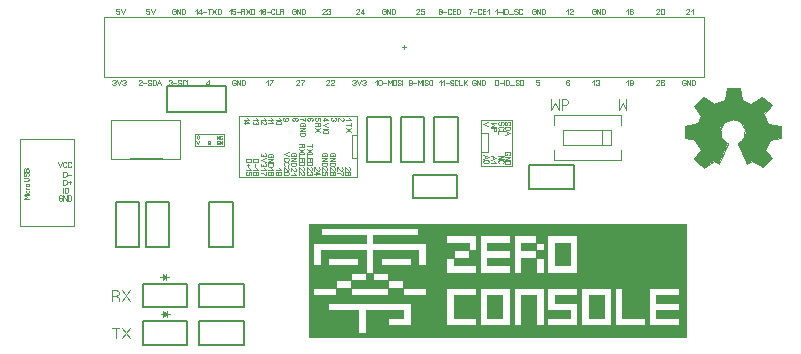
<source format=gbr>
%FSLAX34Y34*%
%MOMM*%
%LNCOPPER_BOTTOM*%
G71*
G01*
%ADD10C, 0.10*%
%ADD11C, 0.06*%
%ADD12C, 0.03*%
%ADD13C, 0.00*%
%ADD14C, 0.15*%
%ADD15C, 0.11*%
%ADD16R, 0.50X0.50*%
%LPD*%
G54D10*
X338931Y954881D02*
X338931Y951706D01*
G54D10*
X337344Y953294D02*
X340519Y953294D01*
G54D10*
X13502Y875462D02*
X13502Y801644D01*
X59540Y801644D01*
G54D10*
X59738Y801644D02*
X59738Y875462D01*
X13700Y875462D01*
G54D11*
X45847Y856094D02*
X47514Y851650D01*
X49181Y856094D01*
G54D11*
X53069Y852483D02*
X52736Y851928D01*
X52069Y851650D01*
X51402Y851650D01*
X50736Y851928D01*
X50402Y852483D01*
X50402Y855261D01*
X50736Y855817D01*
X51402Y856094D01*
X52069Y856094D01*
X52736Y855817D01*
X53069Y855261D01*
G54D11*
X56958Y852483D02*
X56625Y851928D01*
X55958Y851650D01*
X55291Y851650D01*
X54625Y851928D01*
X54291Y852483D01*
X54291Y855261D01*
X54625Y855817D01*
X55291Y856094D01*
X55958Y856094D01*
X56625Y855817D01*
X56958Y855261D01*
G54D11*
X50610Y843316D02*
X50610Y847760D01*
X52276Y847760D01*
X52943Y847482D01*
X53276Y846927D01*
X53276Y844149D01*
X52943Y843593D01*
X52276Y843316D01*
X50610Y843316D01*
G54D11*
X54499Y845260D02*
X57166Y845260D01*
G54D11*
X50610Y836569D02*
X50610Y841013D01*
X52276Y841013D01*
X52943Y840735D01*
X53276Y840180D01*
X53276Y837402D01*
X52943Y836846D01*
X52276Y836569D01*
X50610Y836569D01*
G54D11*
X54499Y838513D02*
X57166Y838513D01*
G54D11*
X55832Y839624D02*
X55832Y837402D01*
G54D11*
X50610Y829822D02*
X50610Y834266D01*
G54D11*
X51832Y829822D02*
X51832Y834266D01*
X53498Y834266D01*
X54165Y833988D01*
X54498Y833433D01*
X54498Y830655D01*
X54165Y830100D01*
X53498Y829822D01*
X51832Y829822D01*
G54D11*
X47974Y825297D02*
X49308Y825297D01*
X49308Y823908D01*
X48974Y823353D01*
X48308Y823075D01*
X47641Y823075D01*
X46974Y823353D01*
X46641Y823908D01*
X46641Y826686D01*
X46974Y827242D01*
X47641Y827519D01*
X48308Y827519D01*
X48974Y827242D01*
X49308Y826686D01*
G54D11*
X50530Y823075D02*
X50530Y827519D01*
X53197Y823075D01*
X53197Y827519D01*
G54D11*
X54419Y823075D02*
X54419Y827519D01*
X56086Y827519D01*
X56752Y827242D01*
X57086Y826686D01*
X57086Y823908D01*
X56752Y823353D01*
X56086Y823075D01*
X54419Y823075D01*
G54D11*
X21241Y824266D02*
X16797Y824266D01*
X19574Y825932D01*
X16797Y827599D01*
X21241Y827599D01*
G54D11*
X21241Y828821D02*
X18741Y828821D01*
G54D11*
X17908Y828821D02*
X17908Y828821D01*
G54D11*
X18908Y831709D02*
X18741Y831043D01*
X18908Y830376D01*
X19463Y830043D01*
X20574Y830043D01*
X21130Y830376D01*
X21241Y831043D01*
X21130Y831709D01*
G54D11*
X21241Y832932D02*
X18741Y832932D01*
G54D11*
X19297Y832932D02*
X18741Y833598D01*
X18741Y834265D01*
G54D11*
X20574Y837487D02*
X19463Y837487D01*
X18908Y837153D01*
X18741Y836487D01*
X18908Y835820D01*
X19463Y835487D01*
X20574Y835487D01*
X21130Y835820D01*
X21241Y836487D01*
X21130Y837153D01*
X20574Y837487D01*
G54D11*
X16797Y839998D02*
X20408Y839998D01*
X20963Y840331D01*
X21241Y840998D01*
X21241Y841664D01*
X20963Y842331D01*
X20408Y842664D01*
X16797Y842664D01*
G54D11*
X20408Y843887D02*
X20963Y844220D01*
X21241Y844887D01*
X21241Y845553D01*
X20963Y846220D01*
X20408Y846553D01*
X19852Y846553D01*
X19297Y846220D01*
X19019Y845553D01*
X19019Y844887D01*
X18741Y844220D01*
X18186Y843887D01*
X17630Y843887D01*
X17074Y844220D01*
X16797Y844887D01*
X16797Y845553D01*
X17074Y846220D01*
X17630Y846553D01*
G54D11*
X21241Y847776D02*
X16797Y847776D01*
X16797Y849442D01*
X17074Y850109D01*
X17630Y850442D01*
X18186Y850442D01*
X18741Y850109D01*
X19019Y849442D01*
X19297Y850109D01*
X19852Y850442D01*
X20408Y850442D01*
X20963Y850109D01*
X21241Y849442D01*
X21241Y847776D01*
G54D11*
X19019Y847776D02*
X19019Y849442D01*
G54D10*
X84931Y978694D02*
X592931Y978694D01*
X592931Y927894D01*
X84931Y927894D01*
X84931Y978694D01*
G54D10*
X298813Y843544D02*
X199197Y843544D01*
G54D10*
X298813Y894939D02*
X199197Y894939D01*
G54D10*
X298813Y843544D02*
X298813Y894939D01*
G54D10*
X199197Y843544D02*
X199197Y894939D01*
G54D10*
X298813Y859419D02*
X294844Y859419D01*
G54D10*
X298813Y879064D02*
X294844Y879064D01*
G54D10*
X294844Y859419D02*
X294844Y879064D01*
G54D11*
X292480Y893359D02*
X294147Y891692D01*
X289702Y891692D01*
G54D11*
X283352Y890692D02*
X283352Y893359D01*
X283630Y893359D01*
X284186Y893026D01*
X285852Y891026D01*
X286408Y890692D01*
X286964Y890692D01*
X287519Y891026D01*
X287797Y891692D01*
X287797Y892359D01*
X287519Y893026D01*
X286964Y893359D01*
G54D11*
X280614Y893359D02*
X281169Y893026D01*
X281447Y892359D01*
X281447Y891692D01*
X281169Y891026D01*
X280614Y890692D01*
X280058Y890692D01*
X279502Y891026D01*
X279225Y891692D01*
X278947Y891026D01*
X278391Y890692D01*
X277836Y890692D01*
X277280Y891026D01*
X277002Y891692D01*
X277002Y892359D01*
X277280Y893026D01*
X277836Y893359D01*
G54D11*
X270256Y891359D02*
X274700Y891359D01*
X271922Y893359D01*
X271367Y893359D01*
X271367Y890692D01*
G54D11*
X267953Y890692D02*
X267953Y893359D01*
X266009Y893359D01*
X266009Y893026D01*
X266286Y892359D01*
X266286Y891692D01*
X266009Y891026D01*
X265453Y890692D01*
X264342Y890692D01*
X263786Y891026D01*
X263509Y891692D01*
X263509Y892359D01*
X263786Y893026D01*
X264342Y893359D01*
G54D11*
X260770Y890692D02*
X261325Y891026D01*
X261603Y891692D01*
X261603Y892359D01*
X261325Y893026D01*
X260770Y893359D01*
X259381Y893359D01*
X259103Y893359D01*
X259659Y892359D01*
X259659Y891692D01*
X259381Y891026D01*
X258825Y890692D01*
X257992Y890692D01*
X257436Y891026D01*
X257159Y891692D01*
X257159Y892359D01*
X257436Y893026D01*
X257992Y893359D01*
X259381Y893359D01*
G54D11*
X255253Y893359D02*
X255253Y890692D01*
X254698Y891026D01*
X253864Y891692D01*
X252753Y892359D01*
X251920Y892692D01*
X250809Y892692D01*
G54D11*
X246681Y891692D02*
X246681Y892359D01*
X246959Y893026D01*
X247514Y893359D01*
X248070Y893359D01*
X248625Y893026D01*
X248903Y892359D01*
X248903Y891692D01*
X248625Y891026D01*
X248070Y890692D01*
X247514Y890692D01*
X246959Y891026D01*
X246681Y891692D01*
X246403Y891026D01*
X245848Y890692D01*
X245292Y890692D01*
X244736Y891026D01*
X244459Y891692D01*
X244459Y892359D01*
X244736Y893026D01*
X245292Y893359D01*
X245848Y893359D01*
X246403Y893026D01*
X246681Y892359D01*
G54D11*
X237354Y893359D02*
X236799Y893026D01*
X236521Y892359D01*
X236521Y891692D01*
X236799Y891026D01*
X237354Y890692D01*
X238744Y890692D01*
X239021Y890692D01*
X238466Y891692D01*
X238466Y892359D01*
X238744Y893026D01*
X239299Y893359D01*
X240132Y893359D01*
X240688Y893026D01*
X240966Y892359D01*
X240966Y891692D01*
X240688Y891026D01*
X240132Y890692D01*
X238744Y890692D01*
G54D11*
X232949Y893359D02*
X234616Y891692D01*
X230171Y891692D01*
G54D11*
X233782Y887803D02*
X231004Y887803D01*
X230449Y888137D01*
X230171Y888803D01*
X230171Y889470D01*
X230449Y890137D01*
X231004Y890470D01*
X233782Y890470D01*
X234338Y890137D01*
X234616Y889470D01*
X234616Y888803D01*
X234338Y888137D01*
X233782Y887803D01*
G54D11*
X226599Y893359D02*
X228266Y891692D01*
X223821Y891692D01*
G54D11*
X226599Y890470D02*
X228266Y888803D01*
X223821Y888803D01*
G54D11*
X220249Y893359D02*
X221916Y891692D01*
X217471Y891692D01*
G54D11*
X217471Y887803D02*
X217471Y890470D01*
X217749Y890470D01*
X218304Y890137D01*
X219971Y888137D01*
X220527Y887803D01*
X221082Y887803D01*
X221638Y888137D01*
X221916Y888803D01*
X221916Y889470D01*
X221638Y890137D01*
X221082Y890470D01*
G54D11*
X213899Y893359D02*
X215566Y891692D01*
X211121Y891692D01*
G54D11*
X214732Y890470D02*
X215288Y890137D01*
X215566Y889470D01*
X215566Y888803D01*
X215288Y888137D01*
X214732Y887803D01*
X214177Y887803D01*
X213621Y888137D01*
X213344Y888803D01*
X213066Y888137D01*
X212510Y887803D01*
X211955Y887803D01*
X211399Y888137D01*
X211121Y888803D01*
X211121Y889470D01*
X211399Y890137D01*
X211954Y890470D01*
G54D11*
X205962Y893359D02*
X207628Y891692D01*
X203184Y891692D01*
G54D11*
X203184Y888470D02*
X207628Y888470D01*
X204850Y890470D01*
X204295Y890470D01*
X204295Y887803D01*
G54D11*
X207549Y850496D02*
X209216Y848830D01*
X204771Y848830D01*
G54D11*
X209216Y844941D02*
X209216Y847607D01*
X207271Y847607D01*
X207271Y847274D01*
X207549Y846607D01*
X207549Y845941D01*
X207271Y845274D01*
X206716Y844941D01*
X205604Y844941D01*
X205049Y845274D01*
X204771Y845941D01*
X204771Y846607D01*
X205049Y847274D01*
X205605Y847607D01*
G54D11*
X213899Y850496D02*
X215566Y848830D01*
X211121Y848830D01*
G54D11*
X214732Y844941D02*
X215288Y845274D01*
X215566Y845941D01*
X215566Y846607D01*
X215288Y847274D01*
X214732Y847607D01*
X213344Y847607D01*
X213066Y847607D01*
X213621Y846607D01*
X213621Y845941D01*
X213344Y845274D01*
X212788Y844941D01*
X211955Y844941D01*
X211399Y845274D01*
X211121Y845941D01*
X211121Y846607D01*
X211399Y847274D01*
X211955Y847607D01*
X213344Y847607D01*
G54D11*
X220249Y850496D02*
X221916Y848830D01*
X217471Y848830D01*
G54D11*
X221916Y847607D02*
X221916Y844941D01*
X221360Y845274D01*
X220527Y845941D01*
X219416Y846607D01*
X218582Y846941D01*
X217471Y846941D01*
G54D11*
X226599Y850496D02*
X228266Y848830D01*
X223821Y848830D01*
G54D11*
X226044Y845941D02*
X226044Y846607D01*
X226321Y847274D01*
X226877Y847607D01*
X227432Y847607D01*
X227988Y847274D01*
X228266Y846607D01*
X228266Y845941D01*
X227988Y845274D01*
X227432Y844941D01*
X226877Y844941D01*
X226321Y845274D01*
X226044Y845941D01*
X225766Y845274D01*
X225210Y844941D01*
X224654Y844941D01*
X224099Y845274D01*
X223821Y845941D01*
X223821Y846607D01*
X224099Y847274D01*
X224654Y847607D01*
X225210Y847607D01*
X225766Y847274D01*
X226044Y846607D01*
G54D11*
X232949Y850496D02*
X234616Y848830D01*
X230171Y848830D01*
G54D11*
X231004Y847607D02*
X230449Y847274D01*
X230171Y846607D01*
X230171Y845941D01*
X230449Y845274D01*
X231004Y844941D01*
X232394Y844941D01*
X232671Y844941D01*
X232116Y845941D01*
X232116Y846607D01*
X232394Y847274D01*
X232949Y847607D01*
X233782Y847607D01*
X234338Y847274D01*
X234616Y846607D01*
X234616Y845941D01*
X234338Y845274D01*
X233782Y844941D01*
X232394Y844941D01*
G54D11*
X236918Y848623D02*
X236918Y851290D01*
X237196Y851290D01*
X237752Y850957D01*
X239418Y848957D01*
X239974Y848623D01*
X240529Y848623D01*
X241085Y848957D01*
X241362Y849623D01*
X241362Y850290D01*
X241085Y850957D01*
X240529Y851290D01*
G54D11*
X240529Y844734D02*
X237751Y844734D01*
X237196Y845068D01*
X236918Y845734D01*
X236918Y846401D01*
X237196Y847068D01*
X237752Y847401D01*
X240529Y847401D01*
X241085Y847068D01*
X241362Y846401D01*
X241362Y845734D01*
X241085Y845068D01*
X240529Y844734D01*
G54D11*
X243268Y847830D02*
X243268Y850496D01*
X243546Y850496D01*
X244101Y850163D01*
X245768Y848163D01*
X246324Y847830D01*
X246879Y847830D01*
X247435Y848163D01*
X247712Y848830D01*
X247713Y849496D01*
X247435Y850163D01*
X246879Y850496D01*
G54D11*
X246046Y846607D02*
X247712Y844941D01*
X243268Y844941D01*
G54D11*
X250015Y848623D02*
X250015Y851290D01*
X250293Y851290D01*
X250848Y850957D01*
X252515Y848957D01*
X253071Y848623D01*
X253626Y848623D01*
X254182Y848957D01*
X254459Y849623D01*
X254459Y850290D01*
X254182Y850957D01*
X253626Y851290D01*
G54D11*
X250015Y844734D02*
X250015Y847401D01*
X250293Y847401D01*
X250848Y847068D01*
X252515Y845068D01*
X253071Y844734D01*
X253626Y844734D01*
X254182Y845068D01*
X254459Y845734D01*
X254459Y846401D01*
X254182Y847068D01*
X253626Y847401D01*
G54D11*
X256762Y848623D02*
X256762Y851290D01*
X257040Y851290D01*
X257595Y850957D01*
X259262Y848957D01*
X259817Y848623D01*
X260373Y848623D01*
X260928Y848957D01*
X261206Y849623D01*
X261206Y850290D01*
X260929Y850957D01*
X260373Y851290D01*
G54D11*
X260373Y847401D02*
X260929Y847068D01*
X261206Y846401D01*
X261206Y845734D01*
X260928Y845068D01*
X260373Y844734D01*
X259817Y844734D01*
X259262Y845068D01*
X258984Y845734D01*
X258706Y845068D01*
X258151Y844734D01*
X257595Y844734D01*
X257040Y845068D01*
X256762Y845734D01*
X256762Y846401D01*
X257040Y847068D01*
X257595Y847401D01*
G54D11*
X263112Y848623D02*
X263112Y851290D01*
X263390Y851290D01*
X263945Y850957D01*
X265612Y848957D01*
X266167Y848623D01*
X266723Y848623D01*
X267278Y848957D01*
X267556Y849623D01*
X267556Y850290D01*
X267278Y850957D01*
X266723Y851290D01*
G54D11*
X263112Y845401D02*
X267556Y845401D01*
X264778Y847401D01*
X264223Y847401D01*
X264223Y844734D01*
G54D11*
X269462Y848623D02*
X269462Y851290D01*
X269740Y851290D01*
X270295Y850957D01*
X271962Y848957D01*
X272517Y848623D01*
X273073Y848623D01*
X273628Y848957D01*
X273906Y849623D01*
X273906Y850290D01*
X273629Y850957D01*
X273073Y851290D01*
G54D11*
X273906Y844734D02*
X273906Y847401D01*
X271962Y847401D01*
X271962Y847068D01*
X272240Y846401D01*
X272240Y845734D01*
X271962Y845068D01*
X271406Y844734D01*
X270295Y844734D01*
X269740Y845068D01*
X269462Y845734D01*
X269462Y846401D01*
X269740Y847068D01*
X270295Y847401D01*
G54D11*
X276209Y848623D02*
X276209Y851290D01*
X276486Y851290D01*
X277042Y850957D01*
X278709Y848957D01*
X279264Y848623D01*
X279820Y848623D01*
X280375Y848957D01*
X280653Y849623D01*
X280653Y850290D01*
X280375Y850957D01*
X279820Y851290D01*
G54D11*
X279820Y844734D02*
X280375Y845068D01*
X280653Y845734D01*
X280653Y846401D01*
X280375Y847068D01*
X279820Y847401D01*
X278431Y847401D01*
X278153Y847401D01*
X278709Y846401D01*
X278709Y845734D01*
X278431Y845068D01*
X277875Y844734D01*
X277042Y844734D01*
X276486Y845068D01*
X276209Y845734D01*
X276209Y846401D01*
X276486Y847068D01*
X277042Y847401D01*
X278431Y847401D01*
G54D11*
X282559Y848623D02*
X282559Y851290D01*
X282836Y851290D01*
X283392Y850957D01*
X285059Y848957D01*
X285614Y848623D01*
X286170Y848623D01*
X286725Y848957D01*
X287003Y849623D01*
X287003Y850290D01*
X286725Y850957D01*
X286170Y851290D01*
G54D11*
X287003Y847401D02*
X287003Y844734D01*
X286448Y845068D01*
X285614Y845734D01*
X284503Y846401D01*
X283670Y846734D01*
X282559Y846734D01*
G54D11*
X288909Y848623D02*
X288909Y851290D01*
X289186Y851290D01*
X289742Y850957D01*
X291409Y848957D01*
X291964Y848623D01*
X292520Y848623D01*
X293075Y848957D01*
X293353Y849623D01*
X293353Y850290D01*
X293075Y850957D01*
X292520Y851290D01*
G54D11*
X291131Y845734D02*
X291131Y846401D01*
X291409Y847068D01*
X291964Y847401D01*
X292520Y847401D01*
X293075Y847068D01*
X293353Y846401D01*
X293353Y845734D01*
X293075Y845068D01*
X292520Y844734D01*
X291964Y844734D01*
X291409Y845068D01*
X291131Y845734D01*
X290853Y845068D01*
X290298Y844734D01*
X289742Y844734D01*
X289186Y845068D01*
X288909Y845734D01*
X288909Y846401D01*
X289186Y847068D01*
X289742Y847401D01*
X290298Y847401D01*
X290853Y847068D01*
X291131Y846401D01*
G54D11*
X256762Y869801D02*
X261206Y869801D01*
G54D11*
X261206Y871134D02*
X261206Y868467D01*
G54D11*
X261206Y867245D02*
X256762Y863912D01*
G54D11*
X256762Y867245D02*
X261206Y863912D01*
G54D11*
X261206Y862690D02*
X256762Y862690D01*
X256762Y860357D01*
G54D11*
X256762Y856802D02*
X256762Y859135D01*
X261206Y859135D01*
X261206Y856802D01*
G54D11*
X258984Y859135D02*
X258984Y856802D01*
G54D11*
X256762Y855580D02*
X261206Y855580D01*
X261206Y853913D01*
X260928Y853246D01*
X260373Y852913D01*
X257595Y852913D01*
X257040Y853247D01*
X256762Y853913D01*
X256762Y855580D01*
G54D11*
X252237Y869801D02*
X251682Y868801D01*
X251126Y868467D01*
X250015Y868467D01*
G54D11*
X250015Y871134D02*
X254459Y871134D01*
X254459Y869467D01*
X254182Y868801D01*
X253626Y868467D01*
X253071Y868467D01*
X252515Y868801D01*
X252237Y869467D01*
X252237Y871134D01*
G54D11*
X254459Y867245D02*
X250015Y863912D01*
G54D11*
X250015Y867245D02*
X254459Y863912D01*
G54D11*
X254459Y862690D02*
X250015Y862690D01*
X250015Y860357D01*
G54D11*
X250015Y856802D02*
X250015Y859135D01*
X254459Y859135D01*
X254459Y856802D01*
G54D11*
X252237Y859135D02*
X252237Y856802D01*
G54D11*
X250015Y855580D02*
X254459Y855580D01*
X254459Y853913D01*
X254182Y853246D01*
X253626Y852913D01*
X250848Y852913D01*
X250293Y853247D01*
X250015Y853913D01*
X250015Y855580D01*
G54D11*
X211121Y858434D02*
X215566Y858434D01*
X215566Y856767D01*
X215288Y856100D01*
X214732Y855767D01*
X211954Y855767D01*
X211399Y856101D01*
X211121Y856767D01*
X211121Y858434D01*
G54D11*
X213066Y854545D02*
X213066Y851878D01*
G54D11*
X204771Y858434D02*
X209216Y858434D01*
X209216Y856767D01*
X208938Y856101D01*
X208382Y855767D01*
X205605Y855767D01*
X205049Y856101D01*
X204771Y856767D01*
X204771Y858434D01*
G54D11*
X206716Y854545D02*
X206716Y851878D01*
G54D11*
X207827Y853212D02*
X205605Y853212D01*
G54D11*
X289702Y887263D02*
X294147Y887263D01*
G54D11*
X294147Y888596D02*
X294147Y885930D01*
G54D11*
X294147Y884707D02*
X289702Y881374D01*
G54D11*
X289702Y884707D02*
X294147Y881374D01*
G54D11*
X265731Y887263D02*
X265175Y886263D01*
X264620Y885930D01*
X263509Y885930D01*
G54D11*
X263509Y888596D02*
X267953Y888596D01*
X267953Y886930D01*
X267675Y886263D01*
X267120Y885930D01*
X266564Y885930D01*
X266009Y886263D01*
X265731Y886930D01*
X265731Y888596D01*
G54D11*
X267953Y884707D02*
X263509Y881374D01*
G54D11*
X263509Y884707D02*
X267953Y881374D01*
G54D11*
X253031Y887263D02*
X253031Y885930D01*
X251642Y885930D01*
X251086Y886263D01*
X250809Y886930D01*
X250809Y887596D01*
X251086Y888263D01*
X251642Y888596D01*
X254420Y888596D01*
X254975Y888263D01*
X255253Y887596D01*
X255253Y886930D01*
X254975Y886263D01*
X254420Y885930D01*
G54D11*
X250809Y884707D02*
X255253Y884707D01*
X250809Y882041D01*
X255253Y882041D01*
G54D11*
X250809Y880818D02*
X255253Y880818D01*
X255253Y879152D01*
X254975Y878485D01*
X254420Y878152D01*
X251642Y878152D01*
X251086Y878485D01*
X250809Y879152D01*
X250809Y880818D01*
G54D11*
X278431Y861863D02*
X278431Y860530D01*
X277042Y860530D01*
X276486Y860863D01*
X276209Y861530D01*
X276209Y862196D01*
X276486Y862863D01*
X277042Y863196D01*
X279820Y863196D01*
X280375Y862863D01*
X280653Y862196D01*
X280653Y861530D01*
X280375Y860863D01*
X279820Y860530D01*
G54D11*
X276209Y859307D02*
X280653Y859307D01*
X276209Y856641D01*
X280653Y856641D01*
G54D11*
X276209Y855418D02*
X280653Y855418D01*
X280653Y853752D01*
X280375Y853085D01*
X279820Y852752D01*
X277042Y852752D01*
X276486Y853085D01*
X276209Y853752D01*
X276209Y855418D01*
G54D11*
X271684Y861863D02*
X271684Y860530D01*
X270295Y860530D01*
X269740Y860863D01*
X269462Y861530D01*
X269462Y862196D01*
X269740Y862863D01*
X270295Y863196D01*
X273073Y863196D01*
X273628Y862863D01*
X273906Y862196D01*
X273906Y861530D01*
X273628Y860863D01*
X273073Y860530D01*
G54D11*
X269462Y859307D02*
X273906Y859307D01*
X269462Y856641D01*
X273906Y856641D01*
G54D11*
X269462Y855418D02*
X273906Y855418D01*
X273906Y853752D01*
X273628Y853085D01*
X273073Y852752D01*
X270295Y852752D01*
X269740Y853085D01*
X269462Y853752D01*
X269462Y855418D01*
G54D11*
X245490Y861863D02*
X245490Y860530D01*
X244102Y860530D01*
X243546Y860863D01*
X243268Y861530D01*
X243268Y862196D01*
X243546Y862863D01*
X244101Y863196D01*
X246879Y863196D01*
X247435Y862863D01*
X247712Y862196D01*
X247713Y861530D01*
X247435Y860863D01*
X246879Y860530D01*
G54D11*
X243268Y859307D02*
X247712Y859307D01*
X243268Y856641D01*
X247712Y856641D01*
G54D11*
X243268Y855418D02*
X247712Y855418D01*
X247713Y853752D01*
X247435Y853085D01*
X246879Y852752D01*
X244102Y852752D01*
X243546Y853085D01*
X243268Y853752D01*
X243268Y855418D01*
G54D11*
X226044Y861069D02*
X226044Y859736D01*
X224654Y859736D01*
X224099Y860069D01*
X223821Y860736D01*
X223821Y861403D01*
X224099Y862069D01*
X224654Y862403D01*
X227432Y862403D01*
X227988Y862069D01*
X228266Y861403D01*
X228266Y860736D01*
X227988Y860069D01*
X227432Y859736D01*
G54D11*
X223821Y858514D02*
X228266Y858514D01*
X223821Y855847D01*
X228266Y855847D01*
G54D11*
X223821Y854625D02*
X228266Y854625D01*
X228266Y852958D01*
X227988Y852291D01*
X227432Y851958D01*
X224654Y851958D01*
X224099Y852291D01*
X223821Y852958D01*
X223821Y854625D01*
G54D11*
X274700Y888596D02*
X270256Y886930D01*
X274700Y885263D01*
G54D11*
X270256Y884041D02*
X274700Y884041D01*
G54D11*
X273867Y880153D02*
X271089Y880153D01*
X270533Y880486D01*
X270256Y881153D01*
X270256Y881819D01*
X270533Y882486D01*
X271089Y882819D01*
X273867Y882819D01*
X274422Y882486D01*
X274700Y881819D01*
X274700Y881153D01*
X274422Y880486D01*
X273867Y880153D01*
G54D11*
X221082Y863196D02*
X221638Y862863D01*
X221916Y862196D01*
X221916Y861530D01*
X221638Y860863D01*
X221082Y860530D01*
X220527Y860530D01*
X219971Y860863D01*
X219694Y861530D01*
X219416Y860863D01*
X218860Y860530D01*
X218304Y860530D01*
X217749Y860863D01*
X217471Y861530D01*
X217471Y862196D01*
X217749Y862863D01*
X218304Y863196D01*
G54D11*
X221916Y859307D02*
X217471Y857641D01*
X221916Y855974D01*
G54D11*
X221082Y854752D02*
X221638Y854419D01*
X221916Y853752D01*
X221916Y853086D01*
X221638Y852419D01*
X221082Y852086D01*
X220527Y852086D01*
X219971Y852419D01*
X219694Y853086D01*
X219416Y852419D01*
X218860Y852086D01*
X218304Y852086D01*
X217749Y852419D01*
X217471Y853086D01*
X217471Y853752D01*
X217749Y854419D01*
X218304Y854752D01*
G54D11*
X241379Y863996D02*
X236935Y862330D01*
X241379Y860663D01*
G54D11*
X237768Y856775D02*
X237213Y857108D01*
X236935Y857775D01*
X236935Y858442D01*
X237213Y859108D01*
X237768Y859442D01*
X240546Y859442D01*
X241102Y859108D01*
X241379Y858442D01*
X241379Y857775D01*
X241102Y857108D01*
X240546Y856775D01*
G54D11*
X237768Y852886D02*
X237213Y853219D01*
X236935Y853886D01*
X236935Y854552D01*
X237213Y855219D01*
X237768Y855552D01*
X240546Y855552D01*
X241102Y855219D01*
X241379Y854552D01*
X241379Y853886D01*
X241102Y853219D01*
X240546Y852886D01*
G54D10*
X161528Y879277D02*
X186134Y879277D01*
X186134Y869752D01*
X161528Y869752D01*
X161528Y879277D01*
G54D12*
X163116Y873609D02*
X164116Y870942D01*
X165116Y873609D01*
G54D12*
X173838Y872276D02*
X174638Y872276D01*
X174638Y871442D01*
X174438Y871109D01*
X174038Y870942D01*
X173638Y870942D01*
X173238Y871109D01*
X173038Y871442D01*
X173038Y873109D01*
X173238Y873442D01*
X173638Y873609D01*
X174038Y873609D01*
X174438Y873442D01*
X174638Y873109D01*
G54D12*
X182375Y870942D02*
X180975Y870942D01*
X180975Y873609D01*
X182375Y873609D01*
G54D12*
X180975Y872276D02*
X182375Y872276D01*
G54D12*
X183108Y870942D02*
X183108Y873609D01*
X184708Y870942D01*
X184708Y873609D01*
G54D12*
X165112Y877871D02*
X165112Y876205D01*
X164912Y875871D01*
X164512Y875705D01*
X164112Y875705D01*
X163712Y875871D01*
X163512Y876205D01*
X163512Y877871D01*
X163712Y878205D01*
X164112Y878371D01*
X164512Y878371D01*
X164912Y878205D01*
X165112Y877871D01*
G54D12*
X180975Y875308D02*
X180975Y877974D01*
X182575Y875308D01*
X182575Y877974D01*
G54D12*
X184908Y875808D02*
X184708Y875474D01*
X184308Y875308D01*
X183908Y875308D01*
X183508Y875474D01*
X183308Y875808D01*
X183308Y877474D01*
X183508Y877808D01*
X183908Y877974D01*
X184308Y877974D01*
X184708Y877808D01*
X184908Y877474D01*
G54D13*
X133747Y858838D02*
X106759Y858838D01*
G54D10*
X149423Y858044D02*
X91083Y858044D01*
X91083Y891381D01*
X149423Y891381D01*
X149423Y858044D01*
G54D10*
X404416Y891381D02*
X430609Y891381D01*
X430609Y852884D01*
X404416Y852884D01*
X404416Y891381D01*
G54D10*
X405209Y880269D02*
X409972Y880269D01*
X409972Y864394D01*
X405209Y864394D01*
G54D11*
X410442Y889510D02*
X405997Y887843D01*
X410442Y886176D01*
G54D11*
X417049Y888915D02*
X412604Y888915D01*
X415382Y887248D01*
X412604Y885582D01*
X417049Y885582D01*
G54D11*
X412604Y884360D02*
X417049Y884360D01*
X417049Y882693D01*
X416771Y882027D01*
X416216Y881693D01*
X415660Y881693D01*
X415104Y882027D01*
X414827Y882693D01*
X414827Y884360D01*
G54D11*
X419536Y889794D02*
X418981Y889460D01*
X418703Y888794D01*
X418703Y888127D01*
X418981Y887460D01*
X419536Y887127D01*
X420092Y887127D01*
X420648Y887460D01*
X420925Y888127D01*
X420925Y888794D01*
X421203Y889460D01*
X421759Y889794D01*
X422314Y889794D01*
X422870Y889460D01*
X423148Y888794D01*
X423148Y888127D01*
X422870Y887460D01*
X422314Y887127D01*
G54D11*
X419536Y883238D02*
X418981Y883571D01*
X418703Y884238D01*
X418703Y884905D01*
X418981Y885571D01*
X419536Y885905D01*
X422314Y885905D01*
X422870Y885571D01*
X423148Y884905D01*
X423148Y884238D01*
X422870Y883571D01*
X422314Y883238D01*
G54D11*
X423148Y882016D02*
X418703Y882016D01*
X418703Y879682D01*
G54D11*
X425093Y889794D02*
X424537Y889460D01*
X424259Y888794D01*
X424259Y888127D01*
X424537Y887460D01*
X425093Y887127D01*
X425648Y887127D01*
X426204Y887460D01*
X426482Y888127D01*
X426482Y888794D01*
X426759Y889460D01*
X427315Y889794D01*
X427870Y889794D01*
X428426Y889460D01*
X428704Y888794D01*
X428704Y888127D01*
X428426Y887460D01*
X427870Y887127D01*
G54D11*
X424259Y885905D02*
X428704Y885905D01*
X428704Y884238D01*
X428426Y883571D01*
X427870Y883238D01*
X425093Y883238D01*
X424537Y883571D01*
X424259Y884238D01*
X424259Y885905D01*
G54D11*
X424259Y882016D02*
X428704Y880349D01*
X424259Y878682D01*
G54D11*
X425926Y881349D02*
X425926Y879349D01*
G54D11*
X406003Y862012D02*
X410448Y860346D01*
X406003Y858679D01*
G54D11*
X407670Y861346D02*
X407670Y859346D01*
G54D11*
X409614Y854791D02*
X406836Y854791D01*
X406281Y855124D01*
X406003Y855791D01*
X406003Y856458D01*
X406281Y857124D01*
X406836Y857458D01*
X409614Y857458D01*
X410170Y857124D01*
X410448Y856458D01*
X410448Y855791D01*
X410170Y855124D01*
X409614Y854791D01*
G54D11*
X412353Y861219D02*
X416798Y859552D01*
X412353Y857885D01*
G54D11*
X414020Y860552D02*
X414020Y858552D01*
G54D11*
X415131Y856664D02*
X416798Y854997D01*
X412353Y854997D01*
G54D11*
X418703Y861219D02*
X423148Y861219D01*
X418703Y858552D01*
X423148Y858552D01*
G54D11*
X419536Y854663D02*
X418981Y854996D01*
X418703Y855663D01*
X418703Y856330D01*
X418981Y856996D01*
X419536Y857330D01*
X422314Y857330D01*
X422870Y856996D01*
X423148Y856330D01*
X423148Y855663D01*
X422870Y854996D01*
X422314Y854663D01*
G54D11*
X426482Y863060D02*
X426482Y861727D01*
X425093Y861727D01*
X424537Y862060D01*
X424259Y862727D01*
X424259Y863394D01*
X424537Y864060D01*
X425093Y864394D01*
X427870Y864394D01*
X428426Y864060D01*
X428704Y863394D01*
X428704Y862727D01*
X428426Y862060D01*
X427870Y861727D01*
G54D11*
X424259Y860505D02*
X428704Y860505D01*
X424259Y857838D01*
X428704Y857838D01*
G54D11*
X424259Y856616D02*
X428704Y856616D01*
X428704Y854949D01*
X428426Y854282D01*
X427870Y853949D01*
X425093Y853949D01*
X424537Y854282D01*
X424259Y854949D01*
X424259Y856616D01*
G54D14*
X203175Y752950D02*
X203175Y732950D01*
X165175Y732950D01*
X165175Y752950D01*
X203175Y752950D01*
G54D14*
X203175Y721200D02*
X203175Y701200D01*
X165175Y701200D01*
X165175Y721200D01*
X203175Y721200D01*
G54D14*
X155550Y721200D02*
X155550Y701200D01*
X117550Y701200D01*
X117550Y721200D01*
X155550Y721200D01*
G54D14*
X155550Y752950D02*
X155550Y732950D01*
X117550Y732950D01*
X117550Y752950D01*
X155550Y752950D01*
G54D15*
X94742Y742632D02*
X96742Y741521D01*
X97408Y740410D01*
X97408Y738188D01*
G54D15*
X92075Y738188D02*
X92075Y747076D01*
X95408Y747076D01*
X96742Y746521D01*
X97408Y745410D01*
X97408Y744299D01*
X96742Y743188D01*
X95408Y742632D01*
X92075Y742632D01*
G54D15*
X99852Y747076D02*
X106519Y738188D01*
G54D15*
X99852Y738188D02*
X106519Y747076D01*
G54D15*
X94742Y706438D02*
X94742Y715326D01*
G54D15*
X92075Y715326D02*
X97408Y715326D01*
G54D15*
X99852Y715326D02*
X106519Y706438D01*
G54D15*
X99852Y706438D02*
X106519Y715326D01*
G54D11*
X139700Y924361D02*
X140033Y924917D01*
X140700Y925194D01*
X141367Y925194D01*
X142033Y924917D01*
X142367Y924361D01*
X142367Y923806D01*
X142033Y923250D01*
X141367Y922972D01*
X142033Y922694D01*
X142367Y922139D01*
X142367Y921583D01*
X142033Y921028D01*
X141367Y920750D01*
X140700Y920750D01*
X140033Y921028D01*
X139700Y921583D01*
G54D11*
X143589Y922694D02*
X146256Y922694D01*
G54D11*
X147478Y921583D02*
X147811Y921028D01*
X148478Y920750D01*
X149145Y920750D01*
X149811Y921028D01*
X150145Y921583D01*
X150145Y922139D01*
X149811Y922694D01*
X149145Y922972D01*
X148478Y922972D01*
X147811Y923250D01*
X147478Y923806D01*
X147478Y924361D01*
X147811Y924917D01*
X148478Y925194D01*
X149145Y925194D01*
X149811Y924917D01*
X150145Y924361D01*
G54D11*
X154034Y921583D02*
X153700Y921028D01*
X153034Y920750D01*
X152367Y920750D01*
X151700Y921028D01*
X151367Y921583D01*
X151367Y924361D01*
X151700Y924917D01*
X152367Y925194D01*
X153034Y925194D01*
X153700Y924917D01*
X154034Y924361D01*
G54D11*
X155256Y925194D02*
X155256Y920750D01*
X157589Y920750D01*
G54D11*
X116967Y920750D02*
X114300Y920750D01*
X114300Y921028D01*
X114633Y921583D01*
X116633Y923250D01*
X116967Y923806D01*
X116967Y924361D01*
X116633Y924917D01*
X115967Y925194D01*
X115300Y925194D01*
X114633Y924917D01*
X114300Y924361D01*
G54D11*
X118189Y922694D02*
X120856Y922694D01*
G54D11*
X122078Y921583D02*
X122411Y921028D01*
X123078Y920750D01*
X123745Y920750D01*
X124411Y921028D01*
X124745Y921583D01*
X124745Y922139D01*
X124411Y922694D01*
X123745Y922972D01*
X123078Y922972D01*
X122411Y923250D01*
X122078Y923806D01*
X122078Y924361D01*
X122411Y924917D01*
X123078Y925194D01*
X123745Y925194D01*
X124411Y924917D01*
X124745Y924361D01*
G54D11*
X125967Y920750D02*
X125967Y925194D01*
X127634Y925194D01*
X128300Y924917D01*
X128634Y924361D01*
X128634Y921583D01*
X128300Y921028D01*
X127634Y920750D01*
X125967Y920750D01*
G54D11*
X129856Y920750D02*
X131523Y925194D01*
X133189Y920750D01*
G54D11*
X130523Y922417D02*
X132523Y922417D01*
G54D14*
X307475Y893712D02*
X327475Y893712D01*
X327475Y855712D01*
X307475Y855712D01*
X307475Y893712D01*
G54D14*
X336050Y893712D02*
X356050Y893712D01*
X356050Y855712D01*
X336050Y855712D01*
X336050Y893712D01*
G54D14*
X364625Y893712D02*
X384625Y893712D01*
X384625Y855712D01*
X364625Y855712D01*
X364625Y893712D01*
G54D14*
X444526Y832963D02*
X444526Y852963D01*
X482526Y852963D01*
X482526Y832963D01*
X444526Y832963D01*
G54D15*
X463424Y908994D02*
X463424Y900105D01*
X466757Y905661D01*
X470090Y900105D01*
X470090Y908994D01*
G54D15*
X472535Y900105D02*
X472535Y908994D01*
X475868Y908994D01*
X477201Y908439D01*
X477868Y907328D01*
X477868Y906216D01*
X477202Y905105D01*
X475868Y904550D01*
X472535Y904550D01*
G54D10*
X611981Y918766D02*
X623094Y918766D01*
X625475Y908447D01*
X633016Y905272D01*
X642144Y911225D01*
X650081Y904081D01*
X643731Y896144D01*
X647303Y888206D01*
X658416Y886619D01*
X658416Y875903D01*
X648494Y874712D01*
X644922Y866378D01*
X650081Y858838D01*
X642541Y851297D01*
X633809Y856853D01*
X629444Y854075D01*
X621903Y870744D01*
G54D10*
X613172Y870744D02*
X605631Y854472D01*
X601266Y856456D01*
X592931Y850900D01*
X584597Y858441D01*
X590550Y866378D01*
X586978Y874712D01*
X576659Y875903D01*
X577056Y886619D01*
X587772Y888603D01*
X590550Y894953D01*
X584597Y903288D01*
X592534Y910828D01*
X601662Y905272D01*
X610394Y908447D01*
X611981Y918766D01*
G54D10*
G75*
G01X621634Y871428D02*
G03X613429Y871428I-4103J9666D01*
G01*
G36*
X577056Y886619D02*
X587772Y888603D01*
X590550Y894953D01*
X584597Y903288D01*
X592534Y910828D01*
X601662Y905272D01*
X610394Y908447D01*
X611981Y918766D01*
X623094Y918766D01*
X625475Y908447D01*
X633016Y905272D01*
X642144Y911225D01*
X650081Y904081D01*
X643731Y896144D01*
X647303Y888206D01*
X658416Y886619D01*
X658416Y875903D01*
X648494Y874712D01*
X644922Y866378D01*
X650081Y858838D01*
X642541Y851297D01*
X633809Y856853D01*
X629444Y854075D01*
X621506Y871538D01*
X622697Y871934D01*
X623888Y872728D01*
X626269Y875109D01*
X627856Y878284D01*
X628253Y880269D01*
X628253Y881856D01*
X627856Y884238D01*
X626666Y887016D01*
X624284Y889794D01*
X622300Y890984D01*
X620316Y891778D01*
X617934Y892175D01*
X615553Y891778D01*
X612378Y890984D01*
X609600Y888603D01*
X606822Y884634D01*
X606822Y878284D01*
X608012Y875903D01*
X609600Y873522D01*
X611981Y871538D01*
X613569Y871538D01*
X605631Y854472D01*
X601266Y856456D01*
X592931Y850900D01*
X584597Y858441D01*
X590550Y866378D01*
X577056Y886619D01*
G37*
G54D10*
X577056Y886619D02*
X587772Y888603D01*
X590550Y894953D01*
X584597Y903288D01*
X592534Y910828D01*
X601662Y905272D01*
X610394Y908447D01*
X611981Y918766D01*
X623094Y918766D01*
X625475Y908447D01*
X633016Y905272D01*
X642144Y911225D01*
X650081Y904081D01*
X643731Y896144D01*
X647303Y888206D01*
X658416Y886619D01*
X658416Y875903D01*
X648494Y874712D01*
X644922Y866378D01*
X650081Y858838D01*
X642541Y851297D01*
X633809Y856853D01*
X629444Y854075D01*
X621506Y871538D01*
X622697Y871934D01*
X623888Y872728D01*
X626269Y875109D01*
X627856Y878284D01*
X628253Y880269D01*
X628253Y881856D01*
X627856Y884238D01*
X626666Y887016D01*
X624284Y889794D01*
X622300Y890984D01*
X620316Y891778D01*
X617934Y892175D01*
X615553Y891778D01*
X612378Y890984D01*
X609600Y888603D01*
X606822Y884634D01*
X606822Y878284D01*
X608012Y875903D01*
X609600Y873522D01*
X611981Y871538D01*
X613569Y871538D01*
X605631Y854472D01*
X601266Y856456D01*
X592931Y850900D01*
X584597Y858441D01*
X590550Y866378D01*
X577056Y886619D01*
G36*
X577056Y886619D02*
X576659Y875903D01*
X586978Y874712D01*
X577056Y886619D01*
G37*
G54D10*
X577056Y886619D02*
X576659Y875903D01*
X586978Y874712D01*
X577056Y886619D01*
G54D10*
X513953Y883047D02*
X513953Y870347D01*
X473472Y870347D01*
X473472Y883047D01*
X513953Y883047D01*
G54D10*
X506809Y883047D02*
X506809Y870347D01*
G54D10*
X522684Y887412D02*
X522684Y895747D01*
X465534Y895747D01*
X465534Y887412D01*
G54D10*
X465534Y865981D02*
X465534Y857647D01*
X522684Y857647D01*
G54D10*
X522684Y865981D02*
X522684Y857647D01*
G54D11*
X161925Y983853D02*
X163592Y985519D01*
X163592Y981075D01*
G54D11*
X166814Y981075D02*
X166814Y985519D01*
X164814Y982742D01*
X164814Y982186D01*
X167481Y982186D01*
G54D11*
X168703Y983019D02*
X171370Y983019D01*
G54D11*
X173925Y981075D02*
X173925Y985519D01*
G54D11*
X172592Y985519D02*
X175259Y985519D01*
G54D11*
X176481Y985519D02*
X179814Y981075D01*
G54D11*
X176481Y981075D02*
X179814Y985519D01*
G54D11*
X181036Y981075D02*
X181036Y985519D01*
X182703Y985519D01*
X183369Y985242D01*
X183703Y984686D01*
X183703Y981908D01*
X183369Y981353D01*
X182703Y981075D01*
X181036Y981075D01*
G54D11*
X190500Y983853D02*
X192167Y985519D01*
X192167Y981075D01*
G54D11*
X196056Y985519D02*
X193389Y985519D01*
X193389Y983575D01*
X193722Y983575D01*
X194389Y983853D01*
X195056Y983853D01*
X195722Y983575D01*
X196056Y983019D01*
X196056Y981908D01*
X195722Y981353D01*
X195056Y981075D01*
X194389Y981075D01*
X193722Y981353D01*
X193389Y981908D01*
G54D11*
X197278Y983019D02*
X199945Y983019D01*
G54D11*
X202500Y983297D02*
X203500Y982742D01*
X203834Y982186D01*
X203834Y981075D01*
G54D11*
X201167Y981075D02*
X201167Y985519D01*
X202834Y985519D01*
X203500Y985242D01*
X203834Y984686D01*
X203834Y984131D01*
X203500Y983575D01*
X202834Y983297D01*
X201167Y983297D01*
G54D11*
X205056Y985519D02*
X208389Y981075D01*
G54D11*
X205056Y981075D02*
X208389Y985519D01*
G54D11*
X209611Y981075D02*
X209611Y985519D01*
X211278Y985519D01*
X211944Y985242D01*
X212278Y984686D01*
X212278Y981908D01*
X211944Y981353D01*
X211278Y981075D01*
X209611Y981075D01*
G54D11*
X415925Y983853D02*
X417592Y985519D01*
X417592Y981075D01*
G54D11*
X418814Y983019D02*
X421481Y983019D01*
G54D11*
X422703Y981075D02*
X422703Y985519D01*
G54D11*
X423925Y981075D02*
X423925Y985519D01*
X425592Y985519D01*
X426258Y985242D01*
X426592Y984686D01*
X426592Y981908D01*
X426258Y981353D01*
X425592Y981075D01*
X423925Y981075D01*
G54D11*
X427814Y981075D02*
X431147Y981075D01*
G54D11*
X432369Y981908D02*
X432702Y981353D01*
X433369Y981075D01*
X434036Y981075D01*
X434702Y981353D01*
X435036Y981908D01*
X435036Y982464D01*
X434702Y983019D01*
X434036Y983297D01*
X433369Y983297D01*
X432702Y983575D01*
X432369Y984131D01*
X432369Y984686D01*
X432702Y985242D01*
X433369Y985519D01*
X434036Y985519D01*
X434702Y985242D01*
X435036Y984686D01*
G54D11*
X438925Y981908D02*
X438591Y981353D01*
X437925Y981075D01*
X437258Y981075D01*
X436591Y981353D01*
X436258Y981908D01*
X436258Y984686D01*
X436591Y985242D01*
X437258Y985519D01*
X437925Y985519D01*
X438591Y985242D01*
X438925Y984686D01*
G54D11*
X418592Y924361D02*
X418592Y921583D01*
X418258Y921028D01*
X417592Y920750D01*
X416925Y920750D01*
X416258Y921028D01*
X415925Y921583D01*
X415925Y924361D01*
X416258Y924917D01*
X416925Y925194D01*
X417592Y925194D01*
X418258Y924917D01*
X418592Y924361D01*
G54D11*
X419814Y922694D02*
X422481Y922694D01*
G54D11*
X423703Y920750D02*
X423703Y925194D01*
G54D11*
X424925Y920750D02*
X424925Y925194D01*
X426592Y925194D01*
X427258Y924917D01*
X427592Y924361D01*
X427592Y921583D01*
X427258Y921028D01*
X426592Y920750D01*
X424925Y920750D01*
G54D11*
X428814Y920750D02*
X432147Y920750D01*
G54D11*
X433369Y921583D02*
X433702Y921028D01*
X434369Y920750D01*
X435036Y920750D01*
X435702Y921028D01*
X436036Y921583D01*
X436036Y922139D01*
X435702Y922694D01*
X435036Y922972D01*
X434369Y922972D01*
X433702Y923250D01*
X433369Y923806D01*
X433369Y924361D01*
X433702Y924917D01*
X434369Y925194D01*
X435036Y925194D01*
X435702Y924917D01*
X436036Y924361D01*
G54D11*
X437258Y920750D02*
X437258Y925194D01*
X438925Y925194D01*
X439591Y924917D01*
X439925Y924361D01*
X439925Y921583D01*
X439591Y921028D01*
X438925Y920750D01*
X437258Y920750D01*
G54D11*
X144208Y983297D02*
X145542Y983297D01*
X145542Y981908D01*
X145208Y981353D01*
X144542Y981075D01*
X143875Y981075D01*
X143208Y981353D01*
X142875Y981908D01*
X142875Y984686D01*
X143208Y985242D01*
X143875Y985519D01*
X144542Y985519D01*
X145208Y985242D01*
X145542Y984686D01*
G54D11*
X146764Y981075D02*
X146764Y985519D01*
X149431Y981075D01*
X149431Y985519D01*
G54D11*
X150653Y981075D02*
X150653Y985519D01*
X152320Y985519D01*
X152986Y985242D01*
X153320Y984686D01*
X153320Y981908D01*
X152986Y981353D01*
X152320Y981075D01*
X150653Y981075D01*
G54D11*
X195008Y922972D02*
X196342Y922972D01*
X196342Y921583D01*
X196008Y921028D01*
X195342Y920750D01*
X194675Y920750D01*
X194008Y921028D01*
X193675Y921583D01*
X193675Y924361D01*
X194008Y924917D01*
X194675Y925194D01*
X195342Y925194D01*
X196008Y924917D01*
X196342Y924361D01*
G54D11*
X197564Y920750D02*
X197564Y925194D01*
X200231Y920750D01*
X200231Y925194D01*
G54D11*
X201453Y920750D02*
X201453Y925194D01*
X203120Y925194D01*
X203786Y924917D01*
X204120Y924361D01*
X204120Y921583D01*
X203786Y921028D01*
X203120Y920750D01*
X201453Y920750D01*
G54D11*
X245808Y983297D02*
X247142Y983297D01*
X247142Y981908D01*
X246808Y981353D01*
X246142Y981075D01*
X245475Y981075D01*
X244808Y981353D01*
X244475Y981908D01*
X244475Y984686D01*
X244808Y985242D01*
X245475Y985519D01*
X246142Y985519D01*
X246808Y985242D01*
X247142Y984686D01*
G54D11*
X248364Y981075D02*
X248364Y985519D01*
X251031Y981075D01*
X251031Y985519D01*
G54D11*
X252253Y981075D02*
X252253Y985519D01*
X253920Y985519D01*
X254586Y985242D01*
X254920Y984686D01*
X254920Y981908D01*
X254586Y981353D01*
X253920Y981075D01*
X252253Y981075D01*
G54D11*
X322008Y983297D02*
X323342Y983297D01*
X323342Y981908D01*
X323008Y981353D01*
X322342Y981075D01*
X321675Y981075D01*
X321008Y981353D01*
X320675Y981908D01*
X320675Y984686D01*
X321008Y985242D01*
X321675Y985519D01*
X322342Y985519D01*
X323008Y985242D01*
X323342Y984686D01*
G54D11*
X324564Y981075D02*
X324564Y985519D01*
X327231Y981075D01*
X327231Y985519D01*
G54D11*
X328453Y981075D02*
X328453Y985519D01*
X330120Y985519D01*
X330786Y985242D01*
X331120Y984686D01*
X331120Y981908D01*
X330786Y981353D01*
X330120Y981075D01*
X328453Y981075D01*
G54D11*
X449008Y983297D02*
X450342Y983297D01*
X450342Y981908D01*
X450008Y981353D01*
X449342Y981075D01*
X448675Y981075D01*
X448008Y981353D01*
X447675Y981908D01*
X447675Y984686D01*
X448008Y985242D01*
X448675Y985519D01*
X449342Y985519D01*
X450008Y985242D01*
X450342Y984686D01*
G54D11*
X451564Y981075D02*
X451564Y985519D01*
X454231Y981075D01*
X454231Y985519D01*
G54D11*
X455453Y981075D02*
X455453Y985519D01*
X457120Y985519D01*
X457786Y985242D01*
X458120Y984686D01*
X458120Y981908D01*
X457786Y981353D01*
X457120Y981075D01*
X455453Y981075D01*
G54D11*
X499808Y983297D02*
X501142Y983297D01*
X501142Y981908D01*
X500808Y981353D01*
X500142Y981075D01*
X499475Y981075D01*
X498808Y981353D01*
X498475Y981908D01*
X498475Y984686D01*
X498808Y985242D01*
X499475Y985519D01*
X500142Y985519D01*
X500808Y985242D01*
X501142Y984686D01*
G54D11*
X502364Y981075D02*
X502364Y985519D01*
X505031Y981075D01*
X505031Y985519D01*
G54D11*
X506253Y981075D02*
X506253Y985519D01*
X507920Y985519D01*
X508586Y985242D01*
X508920Y984686D01*
X508920Y981908D01*
X508586Y981353D01*
X507920Y981075D01*
X506253Y981075D01*
G54D11*
X576008Y922972D02*
X577342Y922972D01*
X577342Y921583D01*
X577008Y921028D01*
X576342Y920750D01*
X575675Y920750D01*
X575008Y921028D01*
X574675Y921583D01*
X574675Y924361D01*
X575008Y924917D01*
X575675Y925194D01*
X576342Y925194D01*
X577008Y924917D01*
X577342Y924361D01*
G54D11*
X578564Y920750D02*
X578564Y925194D01*
X581231Y920750D01*
X581231Y925194D01*
G54D11*
X582453Y920750D02*
X582453Y925194D01*
X584120Y925194D01*
X584786Y924917D01*
X585120Y924361D01*
X585120Y921583D01*
X584786Y921028D01*
X584120Y920750D01*
X582453Y920750D01*
G54D11*
X398208Y922972D02*
X399542Y922972D01*
X399542Y921583D01*
X399208Y921028D01*
X398542Y920750D01*
X397875Y920750D01*
X397208Y921028D01*
X396875Y921583D01*
X396875Y924361D01*
X397208Y924917D01*
X397875Y925194D01*
X398542Y925194D01*
X399208Y924917D01*
X399542Y924361D01*
G54D11*
X400764Y920750D02*
X400764Y925194D01*
X403431Y920750D01*
X403431Y925194D01*
G54D11*
X404653Y920750D02*
X404653Y925194D01*
X406320Y925194D01*
X406986Y924917D01*
X407320Y924361D01*
X407320Y921583D01*
X406986Y921028D01*
X406320Y920750D01*
X404653Y920750D01*
G54D11*
X97917Y985519D02*
X95250Y985519D01*
X95250Y983575D01*
X95583Y983575D01*
X96250Y983853D01*
X96917Y983853D01*
X97583Y983575D01*
X97917Y983019D01*
X97917Y981908D01*
X97583Y981353D01*
X96917Y981075D01*
X96250Y981075D01*
X95583Y981353D01*
X95250Y981908D01*
G54D11*
X99139Y985519D02*
X100806Y981075D01*
X102472Y985519D01*
G54D11*
X123317Y985519D02*
X120650Y985519D01*
X120650Y983575D01*
X120983Y983575D01*
X121650Y983853D01*
X122317Y983853D01*
X122983Y983575D01*
X123317Y983019D01*
X123317Y981908D01*
X122983Y981353D01*
X122317Y981075D01*
X121650Y981075D01*
X120983Y981353D01*
X120650Y981908D01*
G54D11*
X124539Y985519D02*
X126206Y981075D01*
X127872Y985519D01*
G54D11*
X92075Y924361D02*
X92408Y924917D01*
X93075Y925194D01*
X93742Y925194D01*
X94408Y924917D01*
X94742Y924361D01*
X94742Y923806D01*
X94408Y923250D01*
X93742Y922972D01*
X94408Y922694D01*
X94742Y922139D01*
X94742Y921583D01*
X94408Y921028D01*
X93742Y920750D01*
X93075Y920750D01*
X92408Y921028D01*
X92075Y921583D01*
G54D11*
X95964Y925194D02*
X97631Y920750D01*
X99297Y925194D01*
G54D11*
X100519Y924361D02*
X100852Y924917D01*
X101519Y925194D01*
X102186Y925194D01*
X102852Y924917D01*
X103186Y924361D01*
X103186Y923806D01*
X102852Y923250D01*
X102186Y922972D01*
X102852Y922694D01*
X103186Y922139D01*
X103186Y921583D01*
X102852Y921028D01*
X102186Y920750D01*
X101519Y920750D01*
X100852Y921028D01*
X100519Y921583D01*
G54D11*
X173450Y920750D02*
X173450Y925194D01*
X171450Y922417D01*
X171450Y921861D01*
X174117Y921861D01*
G54D11*
X215900Y983853D02*
X217567Y985519D01*
X217567Y981075D01*
G54D11*
X220456Y983297D02*
X219789Y983297D01*
X219122Y983575D01*
X218789Y984131D01*
X218789Y984686D01*
X219122Y985242D01*
X219789Y985519D01*
X220456Y985519D01*
X221122Y985242D01*
X221456Y984686D01*
X221456Y984131D01*
X221122Y983575D01*
X220456Y983297D01*
X221122Y983019D01*
X221456Y982464D01*
X221456Y981908D01*
X221122Y981353D01*
X220456Y981075D01*
X219789Y981075D01*
X219122Y981353D01*
X218789Y981908D01*
X218789Y982464D01*
X219122Y983019D01*
X219789Y983297D01*
G54D11*
X222678Y983019D02*
X225345Y983019D01*
G54D11*
X229234Y981908D02*
X228900Y981353D01*
X228234Y981075D01*
X227567Y981075D01*
X226900Y981353D01*
X226567Y981908D01*
X226567Y984686D01*
X226900Y985242D01*
X227567Y985519D01*
X228234Y985519D01*
X228900Y985242D01*
X229234Y984686D01*
G54D11*
X230456Y985519D02*
X230456Y981075D01*
X232789Y981075D01*
G54D11*
X235344Y983297D02*
X236344Y982742D01*
X236678Y982186D01*
X236678Y981075D01*
G54D11*
X234011Y981075D02*
X234011Y985519D01*
X235678Y985519D01*
X236344Y985242D01*
X236678Y984686D01*
X236678Y984131D01*
X236344Y983575D01*
X235678Y983297D01*
X234011Y983297D01*
G54D11*
X272542Y981075D02*
X269875Y981075D01*
X269875Y981353D01*
X270208Y981908D01*
X272208Y983575D01*
X272542Y984131D01*
X272542Y984686D01*
X272208Y985242D01*
X271542Y985519D01*
X270875Y985519D01*
X270208Y985242D01*
X269875Y984686D01*
G54D11*
X273764Y984686D02*
X274097Y985242D01*
X274764Y985519D01*
X275431Y985519D01*
X276097Y985242D01*
X276431Y984686D01*
X276431Y984131D01*
X276097Y983575D01*
X275431Y983297D01*
X276097Y983019D01*
X276431Y982464D01*
X276431Y981908D01*
X276097Y981353D01*
X275431Y981075D01*
X274764Y981075D01*
X274097Y981353D01*
X273764Y981908D01*
G54D11*
X301117Y981075D02*
X298450Y981075D01*
X298450Y981353D01*
X298783Y981908D01*
X300783Y983575D01*
X301117Y984131D01*
X301117Y984686D01*
X300783Y985242D01*
X300117Y985519D01*
X299450Y985519D01*
X298783Y985242D01*
X298450Y984686D01*
G54D11*
X304339Y981075D02*
X304339Y985519D01*
X302339Y982742D01*
X302339Y982186D01*
X305006Y982186D01*
G54D11*
X351917Y981075D02*
X349250Y981075D01*
X349250Y981353D01*
X349583Y981908D01*
X351583Y983575D01*
X351917Y984131D01*
X351917Y984686D01*
X351583Y985242D01*
X350917Y985519D01*
X350250Y985519D01*
X349583Y985242D01*
X349250Y984686D01*
G54D11*
X355806Y985519D02*
X353139Y985519D01*
X353139Y983575D01*
X353472Y983575D01*
X354139Y983853D01*
X354806Y983853D01*
X355472Y983575D01*
X355806Y983019D01*
X355806Y981908D01*
X355472Y981353D01*
X354806Y981075D01*
X354139Y981075D01*
X353472Y981353D01*
X353139Y981908D01*
G54D11*
X369967Y983297D02*
X369300Y983297D01*
X368633Y983575D01*
X368300Y984131D01*
X368300Y984686D01*
X368633Y985242D01*
X369300Y985519D01*
X369967Y985519D01*
X370633Y985242D01*
X370967Y984686D01*
X370967Y984131D01*
X370633Y983575D01*
X369967Y983297D01*
X370633Y983019D01*
X370967Y982464D01*
X370967Y981908D01*
X370633Y981353D01*
X369967Y981075D01*
X369300Y981075D01*
X368633Y981353D01*
X368300Y981908D01*
X368300Y982464D01*
X368633Y983019D01*
X369300Y983297D01*
G54D11*
X372189Y983019D02*
X374856Y983019D01*
G54D11*
X378745Y981908D02*
X378411Y981353D01*
X377745Y981075D01*
X377078Y981075D01*
X376411Y981353D01*
X376078Y981908D01*
X376078Y984686D01*
X376411Y985242D01*
X377078Y985519D01*
X377745Y985519D01*
X378411Y985242D01*
X378745Y984686D01*
G54D11*
X382300Y981075D02*
X379967Y981075D01*
X379967Y985519D01*
X382300Y985519D01*
G54D11*
X379967Y983297D02*
X382300Y983297D01*
G54D11*
X386189Y984686D02*
X386189Y981908D01*
X385855Y981353D01*
X385189Y981075D01*
X384522Y981075D01*
X383855Y981353D01*
X383522Y981908D01*
X383522Y984686D01*
X383855Y985242D01*
X384522Y985519D01*
X385189Y985519D01*
X385855Y985242D01*
X386189Y984686D01*
G54D11*
X393700Y985519D02*
X396367Y985519D01*
X396033Y984964D01*
X395367Y984131D01*
X394700Y983019D01*
X394367Y982186D01*
X394367Y981075D01*
G54D11*
X397589Y983019D02*
X400256Y983019D01*
G54D11*
X404145Y981908D02*
X403811Y981353D01*
X403145Y981075D01*
X402478Y981075D01*
X401811Y981353D01*
X401478Y981908D01*
X401478Y984686D01*
X401811Y985242D01*
X402478Y985519D01*
X403145Y985519D01*
X403811Y985242D01*
X404145Y984686D01*
G54D11*
X407700Y981075D02*
X405367Y981075D01*
X405367Y985519D01*
X407700Y985519D01*
G54D11*
X405367Y983297D02*
X407700Y983297D01*
G54D11*
X408922Y983853D02*
X410589Y985519D01*
X410589Y981075D01*
G54D11*
X476250Y983853D02*
X477917Y985519D01*
X477917Y981075D01*
G54D11*
X481806Y981075D02*
X479139Y981075D01*
X479139Y981353D01*
X479472Y981908D01*
X481472Y983575D01*
X481806Y984131D01*
X481806Y984686D01*
X481472Y985242D01*
X480806Y985519D01*
X480139Y985519D01*
X479472Y985242D01*
X479139Y984686D01*
G54D11*
X527050Y983853D02*
X528717Y985519D01*
X528717Y981075D01*
G54D11*
X532606Y984686D02*
X532272Y985242D01*
X531606Y985519D01*
X530939Y985519D01*
X530272Y985242D01*
X529939Y984686D01*
X529939Y983297D01*
X529939Y983019D01*
X530939Y983575D01*
X531606Y983575D01*
X532272Y983297D01*
X532606Y982742D01*
X532606Y981908D01*
X532272Y981353D01*
X531606Y981075D01*
X530939Y981075D01*
X530272Y981353D01*
X529939Y981908D01*
X529939Y983297D01*
G54D11*
X555117Y981075D02*
X552450Y981075D01*
X552450Y981353D01*
X552783Y981908D01*
X554783Y983575D01*
X555117Y984131D01*
X555117Y984686D01*
X554783Y985242D01*
X554117Y985519D01*
X553450Y985519D01*
X552783Y985242D01*
X552450Y984686D01*
G54D11*
X559006Y984686D02*
X559006Y981908D01*
X558672Y981353D01*
X558006Y981075D01*
X557339Y981075D01*
X556672Y981353D01*
X556339Y981908D01*
X556339Y984686D01*
X556672Y985242D01*
X557339Y985519D01*
X558006Y985519D01*
X558672Y985242D01*
X559006Y984686D01*
G54D11*
X580517Y981075D02*
X577850Y981075D01*
X577850Y981353D01*
X578183Y981908D01*
X580183Y983575D01*
X580517Y984131D01*
X580517Y984686D01*
X580183Y985242D01*
X579517Y985519D01*
X578850Y985519D01*
X578183Y985242D01*
X577850Y984686D01*
G54D11*
X581739Y983853D02*
X583406Y985519D01*
X583406Y981075D01*
G54D11*
X555117Y920750D02*
X552450Y920750D01*
X552450Y921028D01*
X552783Y921583D01*
X554783Y923250D01*
X555117Y923806D01*
X555117Y924361D01*
X554783Y924917D01*
X554117Y925194D01*
X553450Y925194D01*
X552783Y924917D01*
X552450Y924361D01*
G54D11*
X559006Y924361D02*
X558672Y924917D01*
X558006Y925194D01*
X557339Y925194D01*
X556672Y924917D01*
X556339Y924361D01*
X556339Y922972D01*
X556339Y922694D01*
X557339Y923250D01*
X558006Y923250D01*
X558672Y922972D01*
X559006Y922417D01*
X559006Y921583D01*
X558672Y921028D01*
X558006Y920750D01*
X557339Y920750D01*
X556672Y921028D01*
X556339Y921583D01*
X556339Y922972D01*
G54D11*
X527050Y923528D02*
X528717Y925194D01*
X528717Y920750D01*
G54D11*
X529939Y921583D02*
X530272Y921028D01*
X530939Y920750D01*
X531606Y920750D01*
X532272Y921028D01*
X532606Y921583D01*
X532606Y922972D01*
X532606Y923250D01*
X531606Y922694D01*
X530939Y922694D01*
X530272Y922972D01*
X529939Y923528D01*
X529939Y924361D01*
X530272Y924917D01*
X530939Y925194D01*
X531606Y925194D01*
X532272Y924917D01*
X532606Y924361D01*
X532606Y922972D01*
G54D11*
X498475Y923528D02*
X500142Y925194D01*
X500142Y920750D01*
G54D11*
X501364Y924361D02*
X501697Y924917D01*
X502364Y925194D01*
X503031Y925194D01*
X503697Y924917D01*
X504031Y924361D01*
X504031Y923806D01*
X503697Y923250D01*
X503031Y922972D01*
X503697Y922694D01*
X504031Y922139D01*
X504031Y921583D01*
X503697Y921028D01*
X503031Y920750D01*
X502364Y920750D01*
X501697Y921028D01*
X501364Y921583D01*
G54D11*
X478917Y924361D02*
X478583Y924917D01*
X477917Y925194D01*
X477250Y925194D01*
X476583Y924917D01*
X476250Y924361D01*
X476250Y922972D01*
X476250Y922694D01*
X477250Y923250D01*
X477917Y923250D01*
X478583Y922972D01*
X478917Y922417D01*
X478917Y921583D01*
X478583Y921028D01*
X477917Y920750D01*
X477250Y920750D01*
X476583Y921028D01*
X476250Y921583D01*
X476250Y922972D01*
G54D11*
X453517Y925194D02*
X450850Y925194D01*
X450850Y923250D01*
X451183Y923250D01*
X451850Y923528D01*
X452517Y923528D01*
X453183Y923250D01*
X453517Y922694D01*
X453517Y921583D01*
X453183Y921028D01*
X452517Y920750D01*
X451850Y920750D01*
X451183Y921028D01*
X450850Y921583D01*
G54D11*
X222250Y923528D02*
X223917Y925194D01*
X223917Y920750D01*
G54D11*
X225139Y925194D02*
X227806Y925194D01*
X227472Y924639D01*
X226806Y923806D01*
X226139Y922694D01*
X225806Y921861D01*
X225806Y920750D01*
G54D11*
X250317Y920750D02*
X247650Y920750D01*
X247650Y921028D01*
X247983Y921583D01*
X249983Y923250D01*
X250317Y923806D01*
X250317Y924361D01*
X249983Y924917D01*
X249317Y925194D01*
X248650Y925194D01*
X247983Y924917D01*
X247650Y924361D01*
G54D11*
X251539Y925194D02*
X254206Y925194D01*
X253872Y924639D01*
X253206Y923806D01*
X252539Y922694D01*
X252206Y921861D01*
X252206Y920750D01*
G54D11*
X275717Y920750D02*
X273050Y920750D01*
X273050Y921028D01*
X273383Y921583D01*
X275383Y923250D01*
X275717Y923806D01*
X275717Y924361D01*
X275383Y924917D01*
X274717Y925194D01*
X274050Y925194D01*
X273383Y924917D01*
X273050Y924361D01*
G54D11*
X279606Y920750D02*
X276939Y920750D01*
X276939Y921028D01*
X277272Y921583D01*
X279272Y923250D01*
X279606Y923806D01*
X279606Y924361D01*
X279272Y924917D01*
X278606Y925194D01*
X277939Y925194D01*
X277272Y924917D01*
X276939Y924361D01*
G54D11*
X295275Y924361D02*
X295608Y924917D01*
X296275Y925194D01*
X296942Y925194D01*
X297608Y924917D01*
X297942Y924361D01*
X297942Y923806D01*
X297608Y923250D01*
X296942Y922972D01*
X297608Y922694D01*
X297942Y922139D01*
X297942Y921583D01*
X297608Y921028D01*
X296942Y920750D01*
X296275Y920750D01*
X295608Y921028D01*
X295275Y921583D01*
G54D11*
X299164Y925194D02*
X300831Y920750D01*
X302497Y925194D01*
G54D11*
X303719Y924361D02*
X304052Y924917D01*
X304719Y925194D01*
X305386Y925194D01*
X306052Y924917D01*
X306386Y924361D01*
X306386Y923806D01*
X306052Y923250D01*
X305386Y922972D01*
X306052Y922694D01*
X306386Y922139D01*
X306386Y921583D01*
X306052Y921028D01*
X305386Y920750D01*
X304719Y920750D01*
X304052Y921028D01*
X303719Y921583D01*
G54D11*
X314325Y923528D02*
X315992Y925194D01*
X315992Y920750D01*
G54D11*
X319881Y924361D02*
X319881Y921583D01*
X319547Y921028D01*
X318881Y920750D01*
X318214Y920750D01*
X317547Y921028D01*
X317214Y921583D01*
X317214Y924361D01*
X317547Y924917D01*
X318214Y925194D01*
X318881Y925194D01*
X319547Y924917D01*
X319881Y924361D01*
G54D11*
X321103Y922694D02*
X323770Y922694D01*
G54D11*
X324992Y920750D02*
X324992Y925194D01*
X326659Y922417D01*
X328325Y925194D01*
X328325Y920750D01*
G54D11*
X332214Y924361D02*
X332214Y921583D01*
X331880Y921028D01*
X331214Y920750D01*
X330547Y920750D01*
X329880Y921028D01*
X329547Y921583D01*
X329547Y924361D01*
X329880Y924917D01*
X330547Y925194D01*
X331214Y925194D01*
X331880Y924917D01*
X332214Y924361D01*
G54D11*
X333436Y921583D02*
X333769Y921028D01*
X334436Y920750D01*
X335103Y920750D01*
X335769Y921028D01*
X336103Y921583D01*
X336103Y922139D01*
X335769Y922694D01*
X335103Y922972D01*
X334436Y922972D01*
X333769Y923250D01*
X333436Y923806D01*
X333436Y924361D01*
X333769Y924917D01*
X334436Y925194D01*
X335103Y925194D01*
X335769Y924917D01*
X336103Y924361D01*
G54D11*
X337325Y920750D02*
X337325Y925194D01*
G54D11*
X342900Y921583D02*
X343233Y921028D01*
X343900Y920750D01*
X344567Y920750D01*
X345233Y921028D01*
X345567Y921583D01*
X345567Y922972D01*
X345567Y923250D01*
X344567Y922694D01*
X343900Y922694D01*
X343233Y922972D01*
X342900Y923528D01*
X342900Y924361D01*
X343233Y924917D01*
X343900Y925194D01*
X344567Y925194D01*
X345233Y924917D01*
X345567Y924361D01*
X345567Y922972D01*
G54D11*
X346789Y922694D02*
X349456Y922694D01*
G54D11*
X350678Y920750D02*
X350678Y925194D01*
X352345Y922417D01*
X354011Y925194D01*
X354011Y920750D01*
G54D11*
X355233Y920750D02*
X355233Y925194D01*
G54D11*
X356455Y921583D02*
X356788Y921028D01*
X357455Y920750D01*
X358122Y920750D01*
X358788Y921028D01*
X359122Y921583D01*
X359122Y922139D01*
X358788Y922694D01*
X358122Y922972D01*
X357455Y922972D01*
X356788Y923250D01*
X356455Y923806D01*
X356455Y924361D01*
X356788Y924917D01*
X357455Y925194D01*
X358122Y925194D01*
X358788Y924917D01*
X359122Y924361D01*
G54D11*
X363011Y924361D02*
X363011Y921583D01*
X362677Y921028D01*
X362011Y920750D01*
X361344Y920750D01*
X360677Y921028D01*
X360344Y921583D01*
X360344Y924361D01*
X360677Y924917D01*
X361344Y925194D01*
X362011Y925194D01*
X362677Y924917D01*
X363011Y924361D01*
G54D11*
X368300Y923528D02*
X369967Y925194D01*
X369967Y920750D01*
G54D11*
X371189Y923528D02*
X372856Y925194D01*
X372856Y920750D01*
G54D11*
X374078Y922694D02*
X376745Y922694D01*
G54D11*
X377967Y921583D02*
X378300Y921028D01*
X378967Y920750D01*
X379634Y920750D01*
X380300Y921028D01*
X380634Y921583D01*
X380634Y922139D01*
X380300Y922694D01*
X379634Y922972D01*
X378967Y922972D01*
X378300Y923250D01*
X377967Y923806D01*
X377967Y924361D01*
X378300Y924917D01*
X378967Y925194D01*
X379634Y925194D01*
X380300Y924917D01*
X380634Y924361D01*
G54D11*
X384523Y921583D02*
X384189Y921028D01*
X383523Y920750D01*
X382856Y920750D01*
X382189Y921028D01*
X381856Y921583D01*
X381856Y924361D01*
X382189Y924917D01*
X382856Y925194D01*
X383523Y925194D01*
X384189Y924917D01*
X384523Y924361D01*
G54D11*
X385745Y925194D02*
X385745Y920750D01*
X388078Y920750D01*
G54D11*
X389300Y920750D02*
X389300Y925194D01*
G54D11*
X389300Y922139D02*
X391967Y925194D01*
G54D11*
X390300Y922972D02*
X391967Y920750D01*
G54D15*
X520574Y908994D02*
X520574Y900105D01*
X523907Y905661D01*
X527240Y900105D01*
X527240Y908994D01*
G36*
X134739Y755568D02*
X137518Y758346D01*
X134739Y761124D01*
X134739Y755568D01*
G37*
G54D10*
X134739Y755568D02*
X137518Y758346D01*
X134739Y761124D01*
X134739Y755568D01*
G54D10*
X140296Y758346D02*
X132358Y758346D01*
G54D10*
X137518Y755568D02*
X137518Y761124D01*
G36*
X135136Y724214D02*
X137914Y726993D01*
X135136Y729771D01*
X135136Y724214D01*
G37*
G54D10*
X135136Y724214D02*
X137914Y726993D01*
X135136Y729771D01*
X135136Y724214D01*
G54D10*
X140693Y726993D02*
X132755Y726993D01*
G54D10*
X137914Y724214D02*
X137914Y729771D01*
G54D14*
X194175Y784275D02*
X174175Y784275D01*
X174175Y822275D01*
X194175Y822275D01*
X194175Y784275D01*
G54D14*
X140200Y784275D02*
X120200Y784275D01*
X120200Y822275D01*
X140200Y822275D01*
X140200Y784275D01*
G54D14*
X114800Y784275D02*
X94800Y784275D01*
X94800Y822275D01*
X114800Y822275D01*
X114800Y784275D01*
G54D14*
X138225Y897844D02*
X138225Y919844D01*
X188225Y919844D01*
X188225Y897844D01*
X138225Y897844D01*
G54D14*
X346100Y825025D02*
X346100Y845025D01*
X384100Y845025D01*
X384100Y825025D01*
X346100Y825025D01*
G36*
X258762Y803275D02*
X360362Y803275D01*
X360362Y787400D01*
X312738Y787400D01*
X312738Y793750D01*
X350838Y793750D01*
X350838Y800100D01*
X268288Y800100D01*
X268288Y793750D01*
X306388Y793750D01*
X306388Y787400D01*
X261938Y787400D01*
X261938Y768350D01*
X306388Y768350D01*
X306388Y762000D01*
X293688Y762000D01*
X293688Y755650D01*
X280988Y755650D01*
X280988Y749300D01*
X261938Y749300D01*
X261938Y742950D01*
X360362Y742950D01*
X360362Y736600D01*
X274638Y736600D01*
X274638Y730250D01*
X300038Y730250D01*
X300038Y711200D01*
X360362Y711200D01*
X360362Y708025D01*
X258762Y708025D01*
X258762Y803275D01*
G37*
G54D10*
X258762Y803275D02*
X360362Y803275D01*
X360362Y787400D01*
X312738Y787400D01*
X312738Y793750D01*
X350838Y793750D01*
X350838Y800100D01*
X268288Y800100D01*
X268288Y793750D01*
X306388Y793750D01*
X306388Y787400D01*
X261938Y787400D01*
X261938Y768350D01*
X306388Y768350D01*
X306388Y762000D01*
X293688Y762000D01*
X293688Y755650D01*
X280988Y755650D01*
X280988Y749300D01*
X261938Y749300D01*
X261938Y742950D01*
X360362Y742950D01*
X360362Y736600D01*
X274638Y736600D01*
X274638Y730250D01*
X300038Y730250D01*
X300038Y711200D01*
X360362Y711200D01*
X360362Y708025D01*
X258762Y708025D01*
X258762Y803275D01*
G36*
X268288Y781050D02*
X306388Y781050D01*
X306388Y768350D01*
X300038Y768350D01*
X300038Y774700D01*
X274638Y774700D01*
X274638Y768350D01*
X268288Y768350D01*
X268288Y781050D01*
G37*
G54D10*
X268288Y781050D02*
X306388Y781050D01*
X306388Y768350D01*
X300038Y768350D01*
X300038Y774700D01*
X274638Y774700D01*
X274638Y768350D01*
X268288Y768350D01*
X268288Y781050D01*
G36*
X312738Y781050D02*
X350838Y781050D01*
X350838Y749300D01*
X344488Y749300D01*
X344488Y774700D01*
X319088Y774700D01*
X319088Y762000D01*
X312738Y762000D01*
X312738Y781050D01*
G37*
G54D10*
X312738Y781050D02*
X350838Y781050D01*
X350838Y749300D01*
X344488Y749300D01*
X344488Y774700D01*
X319088Y774700D01*
X319088Y762000D01*
X312738Y762000D01*
X312738Y781050D01*
G36*
X357188Y787400D02*
X360362Y787400D01*
X360362Y742950D01*
X357188Y742950D01*
X357188Y749300D01*
X350838Y749300D01*
X350838Y768350D01*
X357188Y768350D01*
X357188Y787400D01*
G37*
G54D10*
X357188Y787400D02*
X360362Y787400D01*
X360362Y742950D01*
X357188Y742950D01*
X357188Y749300D01*
X350838Y749300D01*
X350838Y768350D01*
X357188Y768350D01*
X357188Y787400D01*
G36*
X280988Y749300D02*
X293688Y749300D01*
X293688Y742950D01*
X280988Y742950D01*
X280988Y749300D01*
G37*
G54D10*
X280988Y749300D02*
X293688Y749300D01*
X293688Y742950D01*
X280988Y742950D01*
X280988Y749300D01*
G36*
X293688Y755650D02*
X306388Y755650D01*
X306388Y762000D01*
X312738Y762000D01*
X312738Y755650D01*
X325438Y755650D01*
X325438Y749300D01*
X293688Y749300D01*
X293688Y755650D01*
G37*
G54D10*
X293688Y755650D02*
X306388Y755650D01*
X306388Y762000D01*
X312738Y762000D01*
X312738Y755650D01*
X325438Y755650D01*
X325438Y749300D01*
X293688Y749300D01*
X293688Y755650D01*
G36*
X325438Y749300D02*
X338138Y749300D01*
X338138Y742950D01*
X325438Y742950D01*
X325438Y749300D01*
G37*
G54D10*
X325438Y749300D02*
X338138Y749300D01*
X338138Y742950D01*
X325438Y742950D01*
X325438Y749300D01*
G36*
X319088Y768350D02*
X344488Y768350D01*
X344488Y749300D01*
X338138Y749300D01*
X338138Y755650D01*
X325438Y755650D01*
X325438Y762000D01*
X319088Y762000D01*
X319088Y768350D01*
G37*
G54D10*
X319088Y768350D02*
X344488Y768350D01*
X344488Y749300D01*
X338138Y749300D01*
X338138Y755650D01*
X325438Y755650D01*
X325438Y762000D01*
X319088Y762000D01*
X319088Y768350D01*
G36*
X306388Y730250D02*
X338138Y730250D01*
X338138Y723900D01*
X325438Y723900D01*
X325438Y717550D01*
X344488Y717550D01*
X344488Y736600D01*
X360362Y736600D01*
X360362Y711200D01*
X306388Y711200D01*
X306388Y730250D01*
G37*
G54D10*
X306388Y730250D02*
X338138Y730250D01*
X338138Y723900D01*
X325438Y723900D01*
X325438Y717550D01*
X344488Y717550D01*
X344488Y736600D01*
X360362Y736600D01*
X360362Y711200D01*
X306388Y711200D01*
X306388Y730250D01*
X574675Y746125D02*
G54D16*
D03*
G36*
X360362Y803275D02*
X577850Y803275D01*
X577850Y793750D01*
X360362Y793750D01*
X360362Y803275D01*
G37*
G54D10*
X360362Y803275D02*
X577850Y803275D01*
X577850Y793750D01*
X360362Y793750D01*
X360362Y803275D01*
G36*
X577850Y793750D02*
X577850Y708025D01*
X360362Y708025D01*
X360362Y717550D01*
X571500Y717550D01*
X571500Y793750D01*
X577850Y793750D01*
G37*
G54D10*
X577850Y793750D02*
X577850Y708025D01*
X360362Y708025D01*
X360362Y717550D01*
X571500Y717550D01*
X571500Y793750D01*
X577850Y793750D01*
G36*
X360362Y793750D02*
X374650Y793750D01*
X374650Y762000D01*
X485775Y762000D01*
X485775Y795338D01*
X571500Y795338D01*
X571500Y749300D01*
X374650Y749300D01*
X374650Y717550D01*
X360362Y717550D01*
X360362Y793750D01*
G37*
G54D10*
X360362Y793750D02*
X374650Y793750D01*
X374650Y762000D01*
X485775Y762000D01*
X485775Y795338D01*
X571500Y795338D01*
X571500Y749300D01*
X374650Y749300D01*
X374650Y717550D01*
X360362Y717550D01*
X360362Y793750D01*
G36*
X381000Y742950D02*
X400050Y742950D01*
X400050Y749300D01*
X403225Y749300D01*
X403225Y717550D01*
X400050Y717550D01*
X400050Y723900D01*
X381000Y723900D01*
X381000Y742950D01*
G37*
G54D10*
X381000Y742950D02*
X400050Y742950D01*
X400050Y749300D01*
X403225Y749300D01*
X403225Y717550D01*
X400050Y717550D01*
X400050Y723900D01*
X381000Y723900D01*
X381000Y742950D01*
G36*
X409575Y742950D02*
X422275Y742950D01*
X422275Y723900D01*
X409575Y723900D01*
X409575Y742950D01*
G37*
G54D10*
X409575Y742950D02*
X422275Y742950D01*
X422275Y723900D01*
X409575Y723900D01*
X409575Y742950D01*
G36*
X428625Y749300D02*
X431800Y749300D01*
X431800Y717550D01*
X428625Y717550D01*
X428625Y749300D01*
G37*
G54D10*
X428625Y749300D02*
X431800Y749300D01*
X431800Y717550D01*
X428625Y717550D01*
X428625Y749300D01*
G36*
X438150Y742950D02*
X450850Y742950D01*
X450850Y717550D01*
X438150Y717550D01*
X438150Y742950D01*
G37*
G54D10*
X438150Y742950D02*
X450850Y742950D01*
X450850Y717550D01*
X438150Y717550D01*
X438150Y742950D01*
G36*
X457200Y749300D02*
X460375Y749300D01*
X460375Y717550D01*
X457200Y717550D01*
X457200Y749300D01*
G37*
G54D10*
X457200Y749300D02*
X460375Y749300D01*
X460375Y717550D01*
X457200Y717550D01*
X457200Y749300D01*
G36*
X466725Y742950D02*
X485775Y742950D01*
X485775Y749300D01*
X488950Y749300D01*
X488950Y717550D01*
X485775Y717550D01*
X485775Y736600D01*
X466725Y736600D01*
X466725Y742950D01*
G37*
G54D10*
X466725Y742950D02*
X485775Y742950D01*
X485775Y749300D01*
X488950Y749300D01*
X488950Y717550D01*
X485775Y717550D01*
X485775Y736600D01*
X466725Y736600D01*
X466725Y742950D01*
G36*
X460375Y730250D02*
X479425Y730250D01*
X479425Y723900D01*
X460375Y723900D01*
X460375Y730250D01*
G37*
G54D10*
X460375Y730250D02*
X479425Y730250D01*
X479425Y723900D01*
X460375Y723900D01*
X460375Y730250D01*
G36*
X495300Y742950D02*
X508000Y742950D01*
X508000Y723900D01*
X495300Y723900D01*
X495300Y742950D01*
G37*
G54D10*
X495300Y742950D02*
X508000Y742950D01*
X508000Y723900D01*
X495300Y723900D01*
X495300Y742950D01*
G36*
X514350Y749300D02*
X517525Y749300D01*
X517525Y717550D01*
X514350Y717550D01*
X514350Y749300D01*
G37*
G54D10*
X514350Y749300D02*
X517525Y749300D01*
X517525Y717550D01*
X514350Y717550D01*
X514350Y749300D01*
G36*
X523875Y749300D02*
X546100Y749300D01*
X546100Y717550D01*
X542925Y717550D01*
X542925Y723900D01*
X523875Y723900D01*
X523875Y749300D01*
G37*
G54D10*
X523875Y749300D02*
X546100Y749300D01*
X546100Y717550D01*
X542925Y717550D01*
X542925Y723900D01*
X523875Y723900D01*
X523875Y749300D01*
G36*
X552450Y742950D02*
X571500Y742950D01*
X571500Y736600D01*
X552450Y736600D01*
X552450Y742950D01*
G37*
G54D10*
X552450Y742950D02*
X571500Y742950D01*
X571500Y736600D01*
X552450Y736600D01*
X552450Y742950D01*
G36*
X552450Y730250D02*
X571500Y730250D01*
X571500Y723900D01*
X552450Y723900D01*
X552450Y730250D01*
G37*
G54D10*
X552450Y730250D02*
X571500Y730250D01*
X571500Y723900D01*
X552450Y723900D01*
X552450Y730250D01*
G36*
X374650Y787400D02*
X393700Y787400D01*
X393700Y781050D01*
X381000Y781050D01*
X381000Y774700D01*
X374650Y774700D01*
X374650Y787400D01*
G37*
G54D10*
X374650Y787400D02*
X393700Y787400D01*
X393700Y781050D01*
X381000Y781050D01*
X381000Y774700D01*
X374650Y774700D01*
X374650Y787400D01*
G36*
X400050Y793750D02*
X403225Y793750D01*
X403225Y762000D01*
X400050Y762000D01*
X400050Y768350D01*
X381000Y768350D01*
X381000Y774700D01*
X393700Y774700D01*
X393700Y781050D01*
X400050Y781050D01*
X400050Y793750D01*
G37*
G54D10*
X400050Y793750D02*
X403225Y793750D01*
X403225Y762000D01*
X400050Y762000D01*
X400050Y768350D01*
X381000Y768350D01*
X381000Y774700D01*
X393700Y774700D01*
X393700Y781050D01*
X400050Y781050D01*
X400050Y793750D01*
G36*
X428625Y793750D02*
X428625Y787400D01*
X409575Y787400D01*
X409575Y781050D01*
X428625Y781050D01*
X428625Y774700D01*
X409575Y774700D01*
X409575Y768350D01*
X428625Y768350D01*
X428625Y762000D01*
X431800Y762000D01*
X431800Y793750D01*
X428625Y793750D01*
G37*
G54D10*
X428625Y793750D02*
X428625Y787400D01*
X409575Y787400D01*
X409575Y781050D01*
X428625Y781050D01*
X428625Y774700D01*
X409575Y774700D01*
X409575Y768350D01*
X428625Y768350D01*
X428625Y762000D01*
X431800Y762000D01*
X431800Y793750D01*
X428625Y793750D01*
G36*
X438150Y774700D02*
X450850Y774700D01*
X450850Y762000D01*
X438150Y762000D01*
X438150Y774700D01*
G37*
G54D10*
X438150Y774700D02*
X450850Y774700D01*
X450850Y762000D01*
X438150Y762000D01*
X438150Y774700D01*
G36*
X438150Y787400D02*
X450850Y787400D01*
X450850Y781050D01*
X438150Y781050D01*
X438150Y787400D01*
G37*
G54D10*
X438150Y787400D02*
X450850Y787400D01*
X450850Y781050D01*
X438150Y781050D01*
X438150Y787400D01*
G36*
X457200Y762000D02*
X457200Y774700D01*
X450850Y774700D01*
X450850Y781050D01*
X457200Y781050D01*
X457200Y787400D01*
X450850Y787400D01*
X450850Y793750D01*
X460375Y793750D01*
X460375Y762000D01*
X457200Y762000D01*
G37*
G54D10*
X457200Y762000D02*
X457200Y774700D01*
X450850Y774700D01*
X450850Y781050D01*
X457200Y781050D01*
X457200Y787400D01*
X450850Y787400D01*
X450850Y793750D01*
X460375Y793750D01*
X460375Y762000D01*
X457200Y762000D01*
G36*
X466725Y787400D02*
X479425Y787400D01*
X479425Y768350D01*
X466725Y768350D01*
X466725Y787400D01*
G37*
G54D10*
X466725Y787400D02*
X479425Y787400D01*
X479425Y768350D01*
X466725Y768350D01*
X466725Y787400D01*
M02*

</source>
